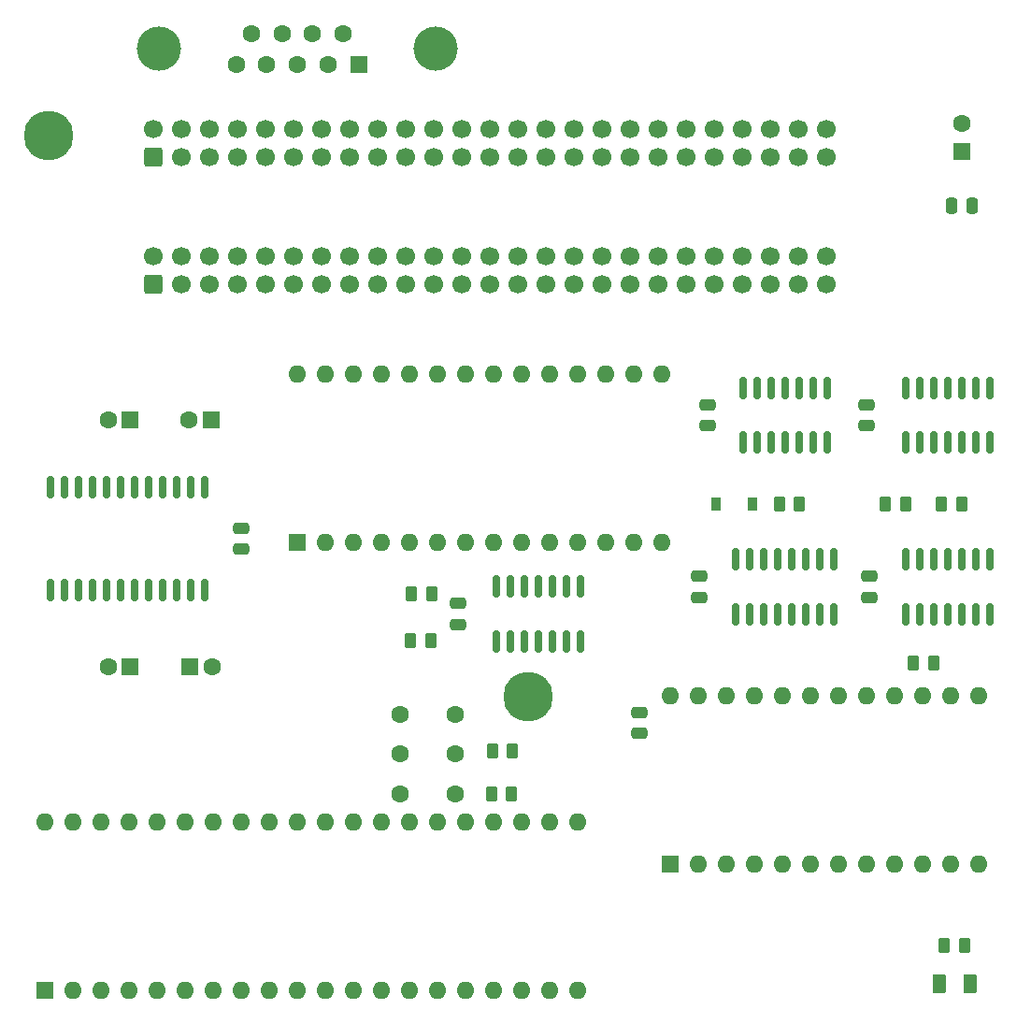
<source format=gbr>
%TF.GenerationSoftware,KiCad,Pcbnew,7.0.7*%
%TF.CreationDate,2023-10-18T23:04:21+01:00*%
%TF.ProjectId,CPC464-2MINIRS232C,43504334-3634-42d3-924d-494e49525332,rev?*%
%TF.SameCoordinates,Original*%
%TF.FileFunction,Soldermask,Top*%
%TF.FilePolarity,Negative*%
%FSLAX46Y46*%
G04 Gerber Fmt 4.6, Leading zero omitted, Abs format (unit mm)*
G04 Created by KiCad (PCBNEW 7.0.7) date 2023-10-18 23:04:21*
%MOMM*%
%LPD*%
G01*
G04 APERTURE LIST*
G04 Aperture macros list*
%AMRoundRect*
0 Rectangle with rounded corners*
0 $1 Rounding radius*
0 $2 $3 $4 $5 $6 $7 $8 $9 X,Y pos of 4 corners*
0 Add a 4 corners polygon primitive as box body*
4,1,4,$2,$3,$4,$5,$6,$7,$8,$9,$2,$3,0*
0 Add four circle primitives for the rounded corners*
1,1,$1+$1,$2,$3*
1,1,$1+$1,$4,$5*
1,1,$1+$1,$6,$7*
1,1,$1+$1,$8,$9*
0 Add four rect primitives between the rounded corners*
20,1,$1+$1,$2,$3,$4,$5,0*
20,1,$1+$1,$4,$5,$6,$7,0*
20,1,$1+$1,$6,$7,$8,$9,0*
20,1,$1+$1,$8,$9,$2,$3,0*%
G04 Aperture macros list end*
%ADD10RoundRect,0.250000X0.262500X0.450000X-0.262500X0.450000X-0.262500X-0.450000X0.262500X-0.450000X0*%
%ADD11C,4.500000*%
%ADD12C,4.000000*%
%ADD13R,1.600000X1.600000*%
%ADD14C,1.600000*%
%ADD15RoundRect,0.250000X0.600000X-0.600000X0.600000X0.600000X-0.600000X0.600000X-0.600000X-0.600000X0*%
%ADD16C,1.700000*%
%ADD17R,0.900000X1.200000*%
%ADD18RoundRect,0.250000X-0.475000X0.250000X-0.475000X-0.250000X0.475000X-0.250000X0.475000X0.250000X0*%
%ADD19RoundRect,0.150000X0.150000X-0.825000X0.150000X0.825000X-0.150000X0.825000X-0.150000X-0.825000X0*%
%ADD20RoundRect,0.250000X-0.262500X-0.450000X0.262500X-0.450000X0.262500X0.450000X-0.262500X0.450000X0*%
%ADD21O,1.600000X1.600000*%
%ADD22RoundRect,0.250000X-0.250000X-0.475000X0.250000X-0.475000X0.250000X0.475000X-0.250000X0.475000X0*%
%ADD23RoundRect,0.150000X0.150000X-0.875000X0.150000X0.875000X-0.150000X0.875000X-0.150000X-0.875000X0*%
%ADD24RoundRect,0.250000X-0.375000X-0.625000X0.375000X-0.625000X0.375000X0.625000X-0.375000X0.625000X0*%
G04 APERTURE END LIST*
D10*
%TO.C,R508*%
X73862500Y-102700000D03*
X72037500Y-102700000D03*
%TD*%
D11*
%TO.C,H7*%
X75411000Y-93930000D03*
%TD*%
D12*
%TO.C,PL505*%
X41964200Y-35286100D03*
X66964200Y-35286100D03*
D13*
X60004200Y-36706100D03*
D14*
X57234200Y-36706100D03*
X54464200Y-36706100D03*
X51694200Y-36706100D03*
X48924200Y-36706100D03*
X58619200Y-33866100D03*
X55849200Y-33866100D03*
X53079200Y-33866100D03*
X50309200Y-33866100D03*
%TD*%
D15*
%TO.C,CE1050*%
X41380000Y-45040000D03*
D16*
X41380000Y-42500000D03*
X43920000Y-45040000D03*
X43920000Y-42500000D03*
X46460000Y-45040000D03*
X46460000Y-42500000D03*
X49000000Y-45040000D03*
X49000000Y-42500000D03*
X51540000Y-45040000D03*
X51540000Y-42500000D03*
X54080000Y-45040000D03*
X54080000Y-42500000D03*
X56620000Y-45040000D03*
X56620000Y-42500000D03*
X59160000Y-45040000D03*
X59160000Y-42500000D03*
X61700000Y-45040000D03*
X61700000Y-42500000D03*
X64240000Y-45040000D03*
X64240000Y-42500000D03*
X66780000Y-45040000D03*
X66780000Y-42500000D03*
X69320000Y-45040000D03*
X69320000Y-42500000D03*
X71860000Y-45040000D03*
X71860000Y-42500000D03*
X74400000Y-45040000D03*
X74400000Y-42500000D03*
X76940000Y-45040000D03*
X76940000Y-42500000D03*
X79480000Y-45040000D03*
X79480000Y-42500000D03*
X82020000Y-45040000D03*
X82020000Y-42500000D03*
X84560000Y-45040000D03*
X84560000Y-42500000D03*
X87100000Y-45040000D03*
X87100000Y-42500000D03*
X89640000Y-45040000D03*
X89640000Y-42500000D03*
X92180000Y-45040000D03*
X92180000Y-42500000D03*
X94720000Y-45040000D03*
X94720000Y-42500000D03*
X97260000Y-45040000D03*
X97260000Y-42500000D03*
X99800000Y-45040000D03*
X99800000Y-42500000D03*
X102340000Y-45040000D03*
X102340000Y-42500000D03*
%TD*%
D17*
%TO.C,D501*%
X92400000Y-76450000D03*
X95700000Y-76450000D03*
%TD*%
D13*
%TO.C,C513*%
X44744900Y-91225000D03*
D14*
X46744900Y-91225000D03*
%TD*%
D11*
%TO.C,H1*%
X31977000Y-43130000D03*
%TD*%
D18*
%TO.C,C505*%
X106285000Y-83025000D03*
X106285000Y-84925000D03*
%TD*%
D19*
%TO.C,IC508*%
X72500000Y-83950000D03*
X73770000Y-83950000D03*
X75040000Y-83950000D03*
X76310000Y-83950000D03*
X77580000Y-83950000D03*
X78850000Y-83950000D03*
X80120000Y-83950000D03*
X80120000Y-88900000D03*
X78850000Y-88900000D03*
X77580000Y-88900000D03*
X76310000Y-88900000D03*
X75040000Y-88900000D03*
X73770000Y-88900000D03*
X72500000Y-88900000D03*
%TD*%
D20*
%TO.C,R501*%
X107712500Y-76450000D03*
X109537500Y-76450000D03*
%TD*%
D18*
%TO.C,C503*%
X106050000Y-67475000D03*
X106050000Y-69375000D03*
%TD*%
D19*
%TO.C,IC502*%
X94130000Y-86450000D03*
X95400000Y-86450000D03*
X96670000Y-86450000D03*
X97940000Y-86450000D03*
X99210000Y-86450000D03*
X100480000Y-86450000D03*
X101750000Y-86450000D03*
X103020000Y-86450000D03*
X103020000Y-81500000D03*
X101750000Y-81500000D03*
X100480000Y-81500000D03*
X99210000Y-81500000D03*
X97940000Y-81500000D03*
X96670000Y-81500000D03*
X95400000Y-81500000D03*
X94130000Y-81500000D03*
%TD*%
D10*
%TO.C,R1050*%
X114912500Y-116450000D03*
X113087500Y-116450000D03*
%TD*%
D20*
%TO.C,R504*%
X112787500Y-76450000D03*
X114612500Y-76450000D03*
%TD*%
D10*
%TO.C,R507*%
X73962500Y-98850000D03*
X72137500Y-98850000D03*
%TD*%
D18*
%TO.C,C504*%
X90860000Y-83025000D03*
X90860000Y-84925000D03*
%TD*%
D14*
%TO.C,LK503*%
X68800000Y-102700000D03*
X63800000Y-102700000D03*
%TD*%
D20*
%TO.C,R505*%
X98112500Y-76450000D03*
X99937500Y-76450000D03*
%TD*%
D18*
%TO.C,C506*%
X85470000Y-95340000D03*
X85470000Y-97240000D03*
%TD*%
%TO.C,C508*%
X49400000Y-78650000D03*
X49400000Y-80550000D03*
%TD*%
D20*
%TO.C,R503*%
X64800000Y-84625000D03*
X66625000Y-84625000D03*
%TD*%
D13*
%TO.C,C512*%
X46655100Y-68825000D03*
D14*
X44655100Y-68825000D03*
%TD*%
D15*
%TO.C,CE1051*%
X41380000Y-56587500D03*
D16*
X41380000Y-54047500D03*
X43920000Y-56587500D03*
X43920000Y-54047500D03*
X46460000Y-56587500D03*
X46460000Y-54047500D03*
X49000000Y-56587500D03*
X49000000Y-54047500D03*
X51540000Y-56587500D03*
X51540000Y-54047500D03*
X54080000Y-56587500D03*
X54080000Y-54047500D03*
X56620000Y-56587500D03*
X56620000Y-54047500D03*
X59160000Y-56587500D03*
X59160000Y-54047500D03*
X61700000Y-56587500D03*
X61700000Y-54047500D03*
X64240000Y-56587500D03*
X64240000Y-54047500D03*
X66780000Y-56587500D03*
X66780000Y-54047500D03*
X69320000Y-56587500D03*
X69320000Y-54047500D03*
X71860000Y-56587500D03*
X71860000Y-54047500D03*
X74400000Y-56587500D03*
X74400000Y-54047500D03*
X76940000Y-56587500D03*
X76940000Y-54047500D03*
X79480000Y-56587500D03*
X79480000Y-54047500D03*
X82020000Y-56587500D03*
X82020000Y-54047500D03*
X84560000Y-56587500D03*
X84560000Y-54047500D03*
X87100000Y-56587500D03*
X87100000Y-54047500D03*
X89640000Y-56587500D03*
X89640000Y-54047500D03*
X92180000Y-56587500D03*
X92180000Y-54047500D03*
X94720000Y-56587500D03*
X94720000Y-54047500D03*
X97260000Y-56587500D03*
X97260000Y-54047500D03*
X99800000Y-56587500D03*
X99800000Y-54047500D03*
X102340000Y-56587500D03*
X102340000Y-54047500D03*
%TD*%
D18*
%TO.C,C507*%
X69000000Y-85475000D03*
X69000000Y-87375000D03*
%TD*%
%TO.C,C502*%
X91625000Y-67475000D03*
X91625000Y-69375000D03*
%TD*%
D13*
%TO.C,IC505*%
X31625000Y-120550000D03*
D21*
X34165000Y-120550000D03*
X36705000Y-120550000D03*
X39245000Y-120550000D03*
X41785000Y-120550000D03*
X44325000Y-120550000D03*
X46865000Y-120550000D03*
X49405000Y-120550000D03*
X51945000Y-120550000D03*
X54485000Y-120550000D03*
X57025000Y-120550000D03*
X59565000Y-120550000D03*
X62105000Y-120550000D03*
X64645000Y-120550000D03*
X67185000Y-120550000D03*
X69725000Y-120550000D03*
X72265000Y-120550000D03*
X74805000Y-120550000D03*
X77345000Y-120550000D03*
X79885000Y-120550000D03*
X79885000Y-105310000D03*
X77345000Y-105310000D03*
X74805000Y-105310000D03*
X72265000Y-105310000D03*
X69725000Y-105310000D03*
X67185000Y-105310000D03*
X64645000Y-105310000D03*
X62105000Y-105310000D03*
X59565000Y-105310000D03*
X57025000Y-105310000D03*
X54485000Y-105310000D03*
X51945000Y-105310000D03*
X49405000Y-105310000D03*
X46865000Y-105310000D03*
X44325000Y-105310000D03*
X41785000Y-105310000D03*
X39245000Y-105310000D03*
X36705000Y-105310000D03*
X34165000Y-105310000D03*
X31625000Y-105310000D03*
%TD*%
D20*
%TO.C,R502*%
X110262500Y-90850000D03*
X112087500Y-90850000D03*
%TD*%
D19*
%TO.C,IC503*%
X109555000Y-70900000D03*
X110825000Y-70900000D03*
X112095000Y-70900000D03*
X113365000Y-70900000D03*
X114635000Y-70900000D03*
X115905000Y-70900000D03*
X117175000Y-70900000D03*
X117175000Y-65950000D03*
X115905000Y-65950000D03*
X114635000Y-65950000D03*
X113365000Y-65950000D03*
X112095000Y-65950000D03*
X110825000Y-65950000D03*
X109555000Y-65950000D03*
%TD*%
D13*
%TO.C,IC501*%
X54460000Y-79975000D03*
D21*
X57000000Y-79975000D03*
X59540000Y-79975000D03*
X62080000Y-79975000D03*
X64620000Y-79975000D03*
X67160000Y-79975000D03*
X69700000Y-79975000D03*
X72240000Y-79975000D03*
X74780000Y-79975000D03*
X77320000Y-79975000D03*
X79860000Y-79975000D03*
X82400000Y-79975000D03*
X84940000Y-79975000D03*
X87480000Y-79975000D03*
X87480000Y-64735000D03*
X84940000Y-64735000D03*
X82400000Y-64735000D03*
X79860000Y-64735000D03*
X77320000Y-64735000D03*
X74780000Y-64735000D03*
X72240000Y-64735000D03*
X69700000Y-64735000D03*
X67160000Y-64735000D03*
X64620000Y-64735000D03*
X62080000Y-64735000D03*
X59540000Y-64735000D03*
X57000000Y-64735000D03*
X54460000Y-64735000D03*
%TD*%
D13*
%TO.C,C1051*%
X114633600Y-44542800D03*
D14*
X114633600Y-42042800D03*
%TD*%
D22*
%TO.C,C1050*%
X113700000Y-49475800D03*
X115600000Y-49475800D03*
%TD*%
D19*
%TO.C,IC506*%
X109555000Y-86450000D03*
X110825000Y-86450000D03*
X112095000Y-86450000D03*
X113365000Y-86450000D03*
X114635000Y-86450000D03*
X115905000Y-86450000D03*
X117175000Y-86450000D03*
X117175000Y-81500000D03*
X115905000Y-81500000D03*
X114635000Y-81500000D03*
X113365000Y-81500000D03*
X112095000Y-81500000D03*
X110825000Y-81500000D03*
X109555000Y-81500000D03*
%TD*%
D13*
%TO.C,IC504*%
X88265000Y-109090000D03*
D21*
X90805000Y-109090000D03*
X93345000Y-109090000D03*
X95885000Y-109090000D03*
X98425000Y-109090000D03*
X100965000Y-109090000D03*
X103505000Y-109090000D03*
X106045000Y-109090000D03*
X108585000Y-109090000D03*
X111125000Y-109090000D03*
X113665000Y-109090000D03*
X116205000Y-109090000D03*
X116205000Y-93850000D03*
X113665000Y-93850000D03*
X111125000Y-93850000D03*
X108585000Y-93850000D03*
X106045000Y-93850000D03*
X103505000Y-93850000D03*
X100965000Y-93850000D03*
X98425000Y-93850000D03*
X95885000Y-93850000D03*
X93345000Y-93850000D03*
X90805000Y-93850000D03*
X88265000Y-93850000D03*
%TD*%
D13*
%TO.C,C515*%
X39330000Y-91200000D03*
D14*
X37330000Y-91200000D03*
%TD*%
D23*
%TO.C,IC510*%
X32065000Y-84250000D03*
X33335000Y-84250000D03*
X34605000Y-84250000D03*
X35875000Y-84250000D03*
X37145000Y-84250000D03*
X38415000Y-84250000D03*
X39685000Y-84250000D03*
X40955000Y-84250000D03*
X42225000Y-84250000D03*
X43495000Y-84250000D03*
X44765000Y-84250000D03*
X46035000Y-84250000D03*
X46035000Y-74950000D03*
X44765000Y-74950000D03*
X43495000Y-74950000D03*
X42225000Y-74950000D03*
X40955000Y-74950000D03*
X39685000Y-74950000D03*
X38415000Y-74950000D03*
X37145000Y-74950000D03*
X35875000Y-74950000D03*
X34605000Y-74950000D03*
X33335000Y-74950000D03*
X32065000Y-74950000D03*
%TD*%
D14*
%TO.C,LK502*%
X68800000Y-99100000D03*
X63800000Y-99100000D03*
%TD*%
D13*
%TO.C,C514*%
X39330000Y-68825000D03*
D14*
X37330000Y-68825000D03*
%TD*%
D19*
%TO.C,IC507*%
X94860000Y-70900000D03*
X96130000Y-70900000D03*
X97400000Y-70900000D03*
X98670000Y-70900000D03*
X99940000Y-70900000D03*
X101210000Y-70900000D03*
X102480000Y-70900000D03*
X102480000Y-65950000D03*
X101210000Y-65950000D03*
X99940000Y-65950000D03*
X98670000Y-65950000D03*
X97400000Y-65950000D03*
X96130000Y-65950000D03*
X94860000Y-65950000D03*
%TD*%
D14*
%TO.C,LK501*%
X68800000Y-95525000D03*
X63800000Y-95525000D03*
%TD*%
D20*
%TO.C,R506*%
X64737500Y-88825000D03*
X66562500Y-88825000D03*
%TD*%
D24*
%TO.C,D1050*%
X112600000Y-119925000D03*
X115400000Y-119925000D03*
%TD*%
M02*

</source>
